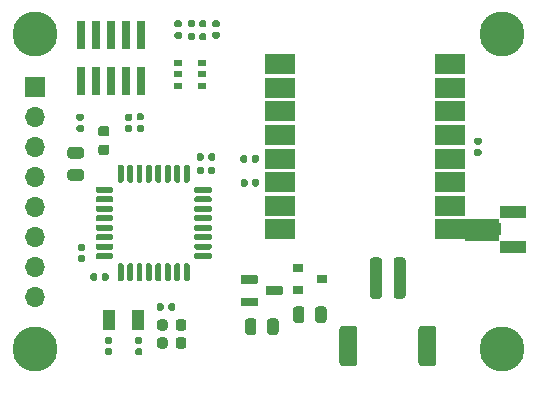
<source format=gbr>
%TF.GenerationSoftware,KiCad,Pcbnew,5.1.9*%
%TF.CreationDate,2021-02-20T15:12:24-08:00*%
%TF.ProjectId,Transmitter,5472616e-736d-4697-9474-65722e6b6963,rev?*%
%TF.SameCoordinates,Original*%
%TF.FileFunction,Soldermask,Top*%
%TF.FilePolarity,Negative*%
%FSLAX46Y46*%
G04 Gerber Fmt 4.6, Leading zero omitted, Abs format (unit mm)*
G04 Created by KiCad (PCBNEW 5.1.9) date 2021-02-20 15:12:24*
%MOMM*%
%LPD*%
G01*
G04 APERTURE LIST*
%ADD10C,0.100000*%
%ADD11C,1.750000*%
%ADD12C,3.800000*%
%ADD13R,0.740000X2.400000*%
%ADD14O,1.700000X1.700000*%
%ADD15R,1.700000X1.700000*%
%ADD16R,0.900000X0.800000*%
%ADD17R,2.600000X1.800000*%
%ADD18R,0.800000X0.500000*%
%ADD19R,2.200000X1.050000*%
%ADD20R,1.050000X1.000000*%
%ADD21R,1.000000X1.800000*%
G04 APERTURE END LIST*
D10*
G36*
X113500000Y-91700000D02*
G01*
X110700000Y-91700000D01*
X110700000Y-89900000D01*
X113500000Y-89900000D01*
X113500000Y-91700000D01*
G37*
X113500000Y-91700000D02*
X110700000Y-91700000D01*
X110700000Y-89900000D01*
X113500000Y-89900000D01*
X113500000Y-91700000D01*
D11*
%TO.C,J1*%
X111633000Y-90805000D03*
%TD*%
%TO.C,C1*%
G36*
G01*
X111587500Y-84010000D02*
X111932500Y-84010000D01*
G75*
G02*
X112080000Y-84157500I0J-147500D01*
G01*
X112080000Y-84452500D01*
G75*
G02*
X111932500Y-84600000I-147500J0D01*
G01*
X111587500Y-84600000D01*
G75*
G02*
X111440000Y-84452500I0J147500D01*
G01*
X111440000Y-84157500D01*
G75*
G02*
X111587500Y-84010000I147500J0D01*
G01*
G37*
G36*
G01*
X111587500Y-83040000D02*
X111932500Y-83040000D01*
G75*
G02*
X112080000Y-83187500I0J-147500D01*
G01*
X112080000Y-83482500D01*
G75*
G02*
X111932500Y-83630000I-147500J0D01*
G01*
X111587500Y-83630000D01*
G75*
G02*
X111440000Y-83482500I0J147500D01*
G01*
X111440000Y-83187500D01*
G75*
G02*
X111587500Y-83040000I147500J0D01*
G01*
G37*
%TD*%
%TO.C,C2*%
G36*
G01*
X80327500Y-100890000D02*
X80672500Y-100890000D01*
G75*
G02*
X80820000Y-101037500I0J-147500D01*
G01*
X80820000Y-101332500D01*
G75*
G02*
X80672500Y-101480000I-147500J0D01*
G01*
X80327500Y-101480000D01*
G75*
G02*
X80180000Y-101332500I0J147500D01*
G01*
X80180000Y-101037500D01*
G75*
G02*
X80327500Y-100890000I147500J0D01*
G01*
G37*
G36*
G01*
X80327500Y-99920000D02*
X80672500Y-99920000D01*
G75*
G02*
X80820000Y-100067500I0J-147500D01*
G01*
X80820000Y-100362500D01*
G75*
G02*
X80672500Y-100510000I-147500J0D01*
G01*
X80327500Y-100510000D01*
G75*
G02*
X80180000Y-100362500I0J147500D01*
G01*
X80180000Y-100067500D01*
G75*
G02*
X80327500Y-99920000I147500J0D01*
G01*
G37*
%TD*%
%TO.C,C3*%
G36*
G01*
X82877500Y-100890000D02*
X83222500Y-100890000D01*
G75*
G02*
X83370000Y-101037500I0J-147500D01*
G01*
X83370000Y-101332500D01*
G75*
G02*
X83222500Y-101480000I-147500J0D01*
G01*
X82877500Y-101480000D01*
G75*
G02*
X82730000Y-101332500I0J147500D01*
G01*
X82730000Y-101037500D01*
G75*
G02*
X82877500Y-100890000I147500J0D01*
G01*
G37*
G36*
G01*
X82877500Y-99920000D02*
X83222500Y-99920000D01*
G75*
G02*
X83370000Y-100067500I0J-147500D01*
G01*
X83370000Y-100362500D01*
G75*
G02*
X83222500Y-100510000I-147500J0D01*
G01*
X82877500Y-100510000D01*
G75*
G02*
X82730000Y-100362500I0J147500D01*
G01*
X82730000Y-100067500D01*
G75*
G02*
X82877500Y-99920000I147500J0D01*
G01*
G37*
%TD*%
%TO.C,C4*%
G36*
G01*
X97986000Y-98500250D02*
X97986000Y-97587750D01*
G75*
G02*
X98229750Y-97344000I243750J0D01*
G01*
X98717250Y-97344000D01*
G75*
G02*
X98961000Y-97587750I0J-243750D01*
G01*
X98961000Y-98500250D01*
G75*
G02*
X98717250Y-98744000I-243750J0D01*
G01*
X98229750Y-98744000D01*
G75*
G02*
X97986000Y-98500250I0J243750D01*
G01*
G37*
G36*
G01*
X96111000Y-98500250D02*
X96111000Y-97587750D01*
G75*
G02*
X96354750Y-97344000I243750J0D01*
G01*
X96842250Y-97344000D01*
G75*
G02*
X97086000Y-97587750I0J-243750D01*
G01*
X97086000Y-98500250D01*
G75*
G02*
X96842250Y-98744000I-243750J0D01*
G01*
X96354750Y-98744000D01*
G75*
G02*
X96111000Y-98500250I0J243750D01*
G01*
G37*
%TD*%
%TO.C,C5*%
G36*
G01*
X86194000Y-99168250D02*
X86194000Y-98655750D01*
G75*
G02*
X86412750Y-98437000I218750J0D01*
G01*
X86850250Y-98437000D01*
G75*
G02*
X87069000Y-98655750I0J-218750D01*
G01*
X87069000Y-99168250D01*
G75*
G02*
X86850250Y-99387000I-218750J0D01*
G01*
X86412750Y-99387000D01*
G75*
G02*
X86194000Y-99168250I0J218750D01*
G01*
G37*
G36*
G01*
X84619000Y-99168250D02*
X84619000Y-98655750D01*
G75*
G02*
X84837750Y-98437000I218750J0D01*
G01*
X85275250Y-98437000D01*
G75*
G02*
X85494000Y-98655750I0J-218750D01*
G01*
X85494000Y-99168250D01*
G75*
G02*
X85275250Y-99387000I-218750J0D01*
G01*
X84837750Y-99387000D01*
G75*
G02*
X84619000Y-99168250I0J218750D01*
G01*
G37*
%TD*%
%TO.C,C6*%
G36*
G01*
X86194000Y-100692250D02*
X86194000Y-100179750D01*
G75*
G02*
X86412750Y-99961000I218750J0D01*
G01*
X86850250Y-99961000D01*
G75*
G02*
X87069000Y-100179750I0J-218750D01*
G01*
X87069000Y-100692250D01*
G75*
G02*
X86850250Y-100911000I-218750J0D01*
G01*
X86412750Y-100911000D01*
G75*
G02*
X86194000Y-100692250I0J218750D01*
G01*
G37*
G36*
G01*
X84619000Y-100692250D02*
X84619000Y-100179750D01*
G75*
G02*
X84837750Y-99961000I218750J0D01*
G01*
X85275250Y-99961000D01*
G75*
G02*
X85494000Y-100179750I0J-218750D01*
G01*
X85494000Y-100692250D01*
G75*
G02*
X85275250Y-100911000I-218750J0D01*
G01*
X84837750Y-100911000D01*
G75*
G02*
X84619000Y-100692250I0J218750D01*
G01*
G37*
%TD*%
%TO.C,C7*%
G36*
G01*
X93922000Y-99516250D02*
X93922000Y-98603750D01*
G75*
G02*
X94165750Y-98360000I243750J0D01*
G01*
X94653250Y-98360000D01*
G75*
G02*
X94897000Y-98603750I0J-243750D01*
G01*
X94897000Y-99516250D01*
G75*
G02*
X94653250Y-99760000I-243750J0D01*
G01*
X94165750Y-99760000D01*
G75*
G02*
X93922000Y-99516250I0J243750D01*
G01*
G37*
G36*
G01*
X92047000Y-99516250D02*
X92047000Y-98603750D01*
G75*
G02*
X92290750Y-98360000I243750J0D01*
G01*
X92778250Y-98360000D01*
G75*
G02*
X93022000Y-98603750I0J-243750D01*
G01*
X93022000Y-99516250D01*
G75*
G02*
X92778250Y-99760000I-243750J0D01*
G01*
X92290750Y-99760000D01*
G75*
G02*
X92047000Y-99516250I0J243750D01*
G01*
G37*
%TD*%
%TO.C,C8*%
G36*
G01*
X79535000Y-94675500D02*
X79535000Y-95020500D01*
G75*
G02*
X79387500Y-95168000I-147500J0D01*
G01*
X79092500Y-95168000D01*
G75*
G02*
X78945000Y-95020500I0J147500D01*
G01*
X78945000Y-94675500D01*
G75*
G02*
X79092500Y-94528000I147500J0D01*
G01*
X79387500Y-94528000D01*
G75*
G02*
X79535000Y-94675500I0J-147500D01*
G01*
G37*
G36*
G01*
X80505000Y-94675500D02*
X80505000Y-95020500D01*
G75*
G02*
X80357500Y-95168000I-147500J0D01*
G01*
X80062500Y-95168000D01*
G75*
G02*
X79915000Y-95020500I0J147500D01*
G01*
X79915000Y-94675500D01*
G75*
G02*
X80062500Y-94528000I147500J0D01*
G01*
X80357500Y-94528000D01*
G75*
G02*
X80505000Y-94675500I0J-147500D01*
G01*
G37*
%TD*%
%TO.C,C9*%
G36*
G01*
X88190000Y-74672500D02*
X88190000Y-74327500D01*
G75*
G02*
X88337500Y-74180000I147500J0D01*
G01*
X88632500Y-74180000D01*
G75*
G02*
X88780000Y-74327500I0J-147500D01*
G01*
X88780000Y-74672500D01*
G75*
G02*
X88632500Y-74820000I-147500J0D01*
G01*
X88337500Y-74820000D01*
G75*
G02*
X88190000Y-74672500I0J147500D01*
G01*
G37*
G36*
G01*
X87220000Y-74672500D02*
X87220000Y-74327500D01*
G75*
G02*
X87367500Y-74180000I147500J0D01*
G01*
X87662500Y-74180000D01*
G75*
G02*
X87810000Y-74327500I0J-147500D01*
G01*
X87810000Y-74672500D01*
G75*
G02*
X87662500Y-74820000I-147500J0D01*
G01*
X87367500Y-74820000D01*
G75*
G02*
X87220000Y-74672500I0J147500D01*
G01*
G37*
%TD*%
%TO.C,C10*%
G36*
G01*
X88190000Y-73572500D02*
X88190000Y-73227500D01*
G75*
G02*
X88337500Y-73080000I147500J0D01*
G01*
X88632500Y-73080000D01*
G75*
G02*
X88780000Y-73227500I0J-147500D01*
G01*
X88780000Y-73572500D01*
G75*
G02*
X88632500Y-73720000I-147500J0D01*
G01*
X88337500Y-73720000D01*
G75*
G02*
X88190000Y-73572500I0J147500D01*
G01*
G37*
G36*
G01*
X87220000Y-73572500D02*
X87220000Y-73227500D01*
G75*
G02*
X87367500Y-73080000I147500J0D01*
G01*
X87662500Y-73080000D01*
G75*
G02*
X87810000Y-73227500I0J-147500D01*
G01*
X87810000Y-73572500D01*
G75*
G02*
X87662500Y-73720000I-147500J0D01*
G01*
X87367500Y-73720000D01*
G75*
G02*
X87220000Y-73572500I0J147500D01*
G01*
G37*
%TD*%
%TO.C,C11*%
G36*
G01*
X88955000Y-86003500D02*
X88955000Y-85658500D01*
G75*
G02*
X89102500Y-85511000I147500J0D01*
G01*
X89397500Y-85511000D01*
G75*
G02*
X89545000Y-85658500I0J-147500D01*
G01*
X89545000Y-86003500D01*
G75*
G02*
X89397500Y-86151000I-147500J0D01*
G01*
X89102500Y-86151000D01*
G75*
G02*
X88955000Y-86003500I0J147500D01*
G01*
G37*
G36*
G01*
X87985000Y-86003500D02*
X87985000Y-85658500D01*
G75*
G02*
X88132500Y-85511000I147500J0D01*
G01*
X88427500Y-85511000D01*
G75*
G02*
X88575000Y-85658500I0J-147500D01*
G01*
X88575000Y-86003500D01*
G75*
G02*
X88427500Y-86151000I-147500J0D01*
G01*
X88132500Y-86151000D01*
G75*
G02*
X87985000Y-86003500I0J147500D01*
G01*
G37*
%TD*%
%TO.C,C12*%
G36*
G01*
X88955000Y-84860500D02*
X88955000Y-84515500D01*
G75*
G02*
X89102500Y-84368000I147500J0D01*
G01*
X89397500Y-84368000D01*
G75*
G02*
X89545000Y-84515500I0J-147500D01*
G01*
X89545000Y-84860500D01*
G75*
G02*
X89397500Y-85008000I-147500J0D01*
G01*
X89102500Y-85008000D01*
G75*
G02*
X88955000Y-84860500I0J147500D01*
G01*
G37*
G36*
G01*
X87985000Y-84860500D02*
X87985000Y-84515500D01*
G75*
G02*
X88132500Y-84368000I147500J0D01*
G01*
X88427500Y-84368000D01*
G75*
G02*
X88575000Y-84515500I0J-147500D01*
G01*
X88575000Y-84860500D01*
G75*
G02*
X88427500Y-85008000I-147500J0D01*
G01*
X88132500Y-85008000D01*
G75*
G02*
X87985000Y-84860500I0J147500D01*
G01*
G37*
%TD*%
%TO.C,D1*%
G36*
G01*
X77259750Y-85724500D02*
X78172250Y-85724500D01*
G75*
G02*
X78416000Y-85968250I0J-243750D01*
G01*
X78416000Y-86455750D01*
G75*
G02*
X78172250Y-86699500I-243750J0D01*
G01*
X77259750Y-86699500D01*
G75*
G02*
X77016000Y-86455750I0J243750D01*
G01*
X77016000Y-85968250D01*
G75*
G02*
X77259750Y-85724500I243750J0D01*
G01*
G37*
G36*
G01*
X77259750Y-83849500D02*
X78172250Y-83849500D01*
G75*
G02*
X78416000Y-84093250I0J-243750D01*
G01*
X78416000Y-84580750D01*
G75*
G02*
X78172250Y-84824500I-243750J0D01*
G01*
X77259750Y-84824500D01*
G75*
G02*
X77016000Y-84580750I0J243750D01*
G01*
X77016000Y-84093250D01*
G75*
G02*
X77259750Y-83849500I243750J0D01*
G01*
G37*
%TD*%
D12*
%TO.C,H1*%
X74295000Y-74295000D03*
%TD*%
%TO.C,H2*%
X74295000Y-100965000D03*
%TD*%
%TO.C,H3*%
X113792000Y-74295000D03*
%TD*%
%TO.C,H4*%
X113792000Y-100965000D03*
%TD*%
%TO.C,J2*%
G36*
G01*
X106740000Y-102140000D02*
X106740000Y-99240000D01*
G75*
G02*
X106990000Y-98990000I250000J0D01*
G01*
X107990000Y-98990000D01*
G75*
G02*
X108240000Y-99240000I0J-250000D01*
G01*
X108240000Y-102140000D01*
G75*
G02*
X107990000Y-102390000I-250000J0D01*
G01*
X106990000Y-102390000D01*
G75*
G02*
X106740000Y-102140000I0J250000D01*
G01*
G37*
G36*
G01*
X100040000Y-102140000D02*
X100040000Y-99240000D01*
G75*
G02*
X100290000Y-98990000I250000J0D01*
G01*
X101290000Y-98990000D01*
G75*
G02*
X101540000Y-99240000I0J-250000D01*
G01*
X101540000Y-102140000D01*
G75*
G02*
X101290000Y-102390000I-250000J0D01*
G01*
X100290000Y-102390000D01*
G75*
G02*
X100040000Y-102140000I0J250000D01*
G01*
G37*
G36*
G01*
X104640000Y-96440000D02*
X104640000Y-93440000D01*
G75*
G02*
X104890000Y-93190000I250000J0D01*
G01*
X105390000Y-93190000D01*
G75*
G02*
X105640000Y-93440000I0J-250000D01*
G01*
X105640000Y-96440000D01*
G75*
G02*
X105390000Y-96690000I-250000J0D01*
G01*
X104890000Y-96690000D01*
G75*
G02*
X104640000Y-96440000I0J250000D01*
G01*
G37*
G36*
G01*
X102640000Y-96440000D02*
X102640000Y-93440000D01*
G75*
G02*
X102890000Y-93190000I250000J0D01*
G01*
X103390000Y-93190000D01*
G75*
G02*
X103640000Y-93440000I0J-250000D01*
G01*
X103640000Y-96440000D01*
G75*
G02*
X103390000Y-96690000I-250000J0D01*
G01*
X102890000Y-96690000D01*
G75*
G02*
X102640000Y-96440000I0J250000D01*
G01*
G37*
%TD*%
D13*
%TO.C,J4*%
X78160000Y-78250000D03*
X78160000Y-74350000D03*
X79430000Y-78250000D03*
X79430000Y-74350000D03*
X80700000Y-78250000D03*
X80700000Y-74350000D03*
X81970000Y-78250000D03*
X81970000Y-74350000D03*
X83240000Y-78250000D03*
X83240000Y-74350000D03*
%TD*%
D14*
%TO.C,J7*%
X74295000Y-96520000D03*
X74295000Y-93980000D03*
X74295000Y-91440000D03*
X74295000Y-88900000D03*
X74295000Y-86360000D03*
X74295000Y-83820000D03*
X74295000Y-81280000D03*
D15*
X74295000Y-78740000D03*
%TD*%
%TO.C,L1*%
G36*
G01*
X85169000Y-97215500D02*
X85169000Y-97560500D01*
G75*
G02*
X85021500Y-97708000I-147500J0D01*
G01*
X84726500Y-97708000D01*
G75*
G02*
X84579000Y-97560500I0J147500D01*
G01*
X84579000Y-97215500D01*
G75*
G02*
X84726500Y-97068000I147500J0D01*
G01*
X85021500Y-97068000D01*
G75*
G02*
X85169000Y-97215500I0J-147500D01*
G01*
G37*
G36*
G01*
X86139000Y-97215500D02*
X86139000Y-97560500D01*
G75*
G02*
X85991500Y-97708000I-147500J0D01*
G01*
X85696500Y-97708000D01*
G75*
G02*
X85549000Y-97560500I0J147500D01*
G01*
X85549000Y-97215500D01*
G75*
G02*
X85696500Y-97068000I147500J0D01*
G01*
X85991500Y-97068000D01*
G75*
G02*
X86139000Y-97215500I0J-147500D01*
G01*
G37*
%TD*%
D16*
%TO.C,Q1*%
X98536000Y-94996000D03*
X96536000Y-95946000D03*
X96536000Y-94046000D03*
%TD*%
%TO.C,R1*%
G36*
G01*
X92243000Y-84663500D02*
X92243000Y-85008500D01*
G75*
G02*
X92095500Y-85156000I-147500J0D01*
G01*
X91800500Y-85156000D01*
G75*
G02*
X91653000Y-85008500I0J147500D01*
G01*
X91653000Y-84663500D01*
G75*
G02*
X91800500Y-84516000I147500J0D01*
G01*
X92095500Y-84516000D01*
G75*
G02*
X92243000Y-84663500I0J-147500D01*
G01*
G37*
G36*
G01*
X93213000Y-84663500D02*
X93213000Y-85008500D01*
G75*
G02*
X93065500Y-85156000I-147500J0D01*
G01*
X92770500Y-85156000D01*
G75*
G02*
X92623000Y-85008500I0J147500D01*
G01*
X92623000Y-84663500D01*
G75*
G02*
X92770500Y-84516000I147500J0D01*
G01*
X93065500Y-84516000D01*
G75*
G02*
X93213000Y-84663500I0J-147500D01*
G01*
G37*
%TD*%
%TO.C,R2*%
G36*
G01*
X92266000Y-86695500D02*
X92266000Y-87040500D01*
G75*
G02*
X92118500Y-87188000I-147500J0D01*
G01*
X91823500Y-87188000D01*
G75*
G02*
X91676000Y-87040500I0J147500D01*
G01*
X91676000Y-86695500D01*
G75*
G02*
X91823500Y-86548000I147500J0D01*
G01*
X92118500Y-86548000D01*
G75*
G02*
X92266000Y-86695500I0J-147500D01*
G01*
G37*
G36*
G01*
X93236000Y-86695500D02*
X93236000Y-87040500D01*
G75*
G02*
X93088500Y-87188000I-147500J0D01*
G01*
X92793500Y-87188000D01*
G75*
G02*
X92646000Y-87040500I0J147500D01*
G01*
X92646000Y-86695500D01*
G75*
G02*
X92793500Y-86548000I147500J0D01*
G01*
X93088500Y-86548000D01*
G75*
G02*
X93236000Y-86695500I0J-147500D01*
G01*
G37*
%TD*%
%TO.C,R3*%
G36*
G01*
X89772500Y-73695000D02*
X89427500Y-73695000D01*
G75*
G02*
X89280000Y-73547500I0J147500D01*
G01*
X89280000Y-73252500D01*
G75*
G02*
X89427500Y-73105000I147500J0D01*
G01*
X89772500Y-73105000D01*
G75*
G02*
X89920000Y-73252500I0J-147500D01*
G01*
X89920000Y-73547500D01*
G75*
G02*
X89772500Y-73695000I-147500J0D01*
G01*
G37*
G36*
G01*
X89772500Y-74665000D02*
X89427500Y-74665000D01*
G75*
G02*
X89280000Y-74517500I0J147500D01*
G01*
X89280000Y-74222500D01*
G75*
G02*
X89427500Y-74075000I147500J0D01*
G01*
X89772500Y-74075000D01*
G75*
G02*
X89920000Y-74222500I0J-147500D01*
G01*
X89920000Y-74517500D01*
G75*
G02*
X89772500Y-74665000I-147500J0D01*
G01*
G37*
%TD*%
%TO.C,R4*%
G36*
G01*
X79843750Y-83650000D02*
X80356250Y-83650000D01*
G75*
G02*
X80575000Y-83868750I0J-218750D01*
G01*
X80575000Y-84306250D01*
G75*
G02*
X80356250Y-84525000I-218750J0D01*
G01*
X79843750Y-84525000D01*
G75*
G02*
X79625000Y-84306250I0J218750D01*
G01*
X79625000Y-83868750D01*
G75*
G02*
X79843750Y-83650000I218750J0D01*
G01*
G37*
G36*
G01*
X79843750Y-82075000D02*
X80356250Y-82075000D01*
G75*
G02*
X80575000Y-82293750I0J-218750D01*
G01*
X80575000Y-82731250D01*
G75*
G02*
X80356250Y-82950000I-218750J0D01*
G01*
X79843750Y-82950000D01*
G75*
G02*
X79625000Y-82731250I0J218750D01*
G01*
X79625000Y-82293750D01*
G75*
G02*
X79843750Y-82075000I218750J0D01*
G01*
G37*
%TD*%
%TO.C,R5*%
G36*
G01*
X86572500Y-73710000D02*
X86227500Y-73710000D01*
G75*
G02*
X86080000Y-73562500I0J147500D01*
G01*
X86080000Y-73267500D01*
G75*
G02*
X86227500Y-73120000I147500J0D01*
G01*
X86572500Y-73120000D01*
G75*
G02*
X86720000Y-73267500I0J-147500D01*
G01*
X86720000Y-73562500D01*
G75*
G02*
X86572500Y-73710000I-147500J0D01*
G01*
G37*
G36*
G01*
X86572500Y-74680000D02*
X86227500Y-74680000D01*
G75*
G02*
X86080000Y-74532500I0J147500D01*
G01*
X86080000Y-74237500D01*
G75*
G02*
X86227500Y-74090000I147500J0D01*
G01*
X86572500Y-74090000D01*
G75*
G02*
X86720000Y-74237500I0J-147500D01*
G01*
X86720000Y-74532500D01*
G75*
G02*
X86572500Y-74680000I-147500J0D01*
G01*
G37*
%TD*%
%TO.C,R6*%
G36*
G01*
X83372500Y-81595000D02*
X83027500Y-81595000D01*
G75*
G02*
X82880000Y-81447500I0J147500D01*
G01*
X82880000Y-81152500D01*
G75*
G02*
X83027500Y-81005000I147500J0D01*
G01*
X83372500Y-81005000D01*
G75*
G02*
X83520000Y-81152500I0J-147500D01*
G01*
X83520000Y-81447500D01*
G75*
G02*
X83372500Y-81595000I-147500J0D01*
G01*
G37*
G36*
G01*
X83372500Y-82565000D02*
X83027500Y-82565000D01*
G75*
G02*
X82880000Y-82417500I0J147500D01*
G01*
X82880000Y-82122500D01*
G75*
G02*
X83027500Y-81975000I147500J0D01*
G01*
X83372500Y-81975000D01*
G75*
G02*
X83520000Y-82122500I0J-147500D01*
G01*
X83520000Y-82417500D01*
G75*
G02*
X83372500Y-82565000I-147500J0D01*
G01*
G37*
%TD*%
%TO.C,R7*%
G36*
G01*
X82372500Y-81610000D02*
X82027500Y-81610000D01*
G75*
G02*
X81880000Y-81462500I0J147500D01*
G01*
X81880000Y-81167500D01*
G75*
G02*
X82027500Y-81020000I147500J0D01*
G01*
X82372500Y-81020000D01*
G75*
G02*
X82520000Y-81167500I0J-147500D01*
G01*
X82520000Y-81462500D01*
G75*
G02*
X82372500Y-81610000I-147500J0D01*
G01*
G37*
G36*
G01*
X82372500Y-82580000D02*
X82027500Y-82580000D01*
G75*
G02*
X81880000Y-82432500I0J147500D01*
G01*
X81880000Y-82137500D01*
G75*
G02*
X82027500Y-81990000I147500J0D01*
G01*
X82372500Y-81990000D01*
G75*
G02*
X82520000Y-82137500I0J-147500D01*
G01*
X82520000Y-82432500D01*
G75*
G02*
X82372500Y-82580000I-147500J0D01*
G01*
G37*
%TD*%
%TO.C,R8*%
G36*
G01*
X78272500Y-81610000D02*
X77927500Y-81610000D01*
G75*
G02*
X77780000Y-81462500I0J147500D01*
G01*
X77780000Y-81167500D01*
G75*
G02*
X77927500Y-81020000I147500J0D01*
G01*
X78272500Y-81020000D01*
G75*
G02*
X78420000Y-81167500I0J-147500D01*
G01*
X78420000Y-81462500D01*
G75*
G02*
X78272500Y-81610000I-147500J0D01*
G01*
G37*
G36*
G01*
X78272500Y-82580000D02*
X77927500Y-82580000D01*
G75*
G02*
X77780000Y-82432500I0J147500D01*
G01*
X77780000Y-82137500D01*
G75*
G02*
X77927500Y-81990000I147500J0D01*
G01*
X78272500Y-81990000D01*
G75*
G02*
X78420000Y-82137500I0J-147500D01*
G01*
X78420000Y-82432500D01*
G75*
G02*
X78272500Y-82580000I-147500J0D01*
G01*
G37*
%TD*%
%TO.C,R9*%
G36*
G01*
X78396500Y-92626000D02*
X78051500Y-92626000D01*
G75*
G02*
X77904000Y-92478500I0J147500D01*
G01*
X77904000Y-92183500D01*
G75*
G02*
X78051500Y-92036000I147500J0D01*
G01*
X78396500Y-92036000D01*
G75*
G02*
X78544000Y-92183500I0J-147500D01*
G01*
X78544000Y-92478500D01*
G75*
G02*
X78396500Y-92626000I-147500J0D01*
G01*
G37*
G36*
G01*
X78396500Y-93596000D02*
X78051500Y-93596000D01*
G75*
G02*
X77904000Y-93448500I0J147500D01*
G01*
X77904000Y-93153500D01*
G75*
G02*
X78051500Y-93006000I147500J0D01*
G01*
X78396500Y-93006000D01*
G75*
G02*
X78544000Y-93153500I0J-147500D01*
G01*
X78544000Y-93448500D01*
G75*
G02*
X78396500Y-93596000I-147500J0D01*
G01*
G37*
%TD*%
D17*
%TO.C,U1*%
X109435000Y-76820000D03*
X109435000Y-78820000D03*
X109435000Y-80820000D03*
X109435000Y-82820000D03*
X109435000Y-84820000D03*
X109435000Y-86820000D03*
X109435000Y-88820000D03*
X109435000Y-90820000D03*
X95035000Y-90820000D03*
X95035000Y-88820000D03*
X95035000Y-86820000D03*
X95035000Y-84820000D03*
X95035000Y-82820000D03*
X95035000Y-80820000D03*
X95035000Y-78820000D03*
X95035000Y-76820000D03*
%TD*%
%TO.C,U2*%
G36*
G01*
X91702000Y-95362000D02*
X91702000Y-94762000D01*
G75*
G02*
X91772000Y-94692000I70000J0D01*
G01*
X93072000Y-94692000D01*
G75*
G02*
X93142000Y-94762000I0J-70000D01*
G01*
X93142000Y-95362000D01*
G75*
G02*
X93072000Y-95432000I-70000J0D01*
G01*
X91772000Y-95432000D01*
G75*
G02*
X91702000Y-95362000I0J70000D01*
G01*
G37*
G36*
G01*
X91702000Y-97262000D02*
X91702000Y-96662000D01*
G75*
G02*
X91772000Y-96592000I70000J0D01*
G01*
X93072000Y-96592000D01*
G75*
G02*
X93142000Y-96662000I0J-70000D01*
G01*
X93142000Y-97262000D01*
G75*
G02*
X93072000Y-97332000I-70000J0D01*
G01*
X91772000Y-97332000D01*
G75*
G02*
X91702000Y-97262000I0J70000D01*
G01*
G37*
G36*
G01*
X93802000Y-96312000D02*
X93802000Y-95712000D01*
G75*
G02*
X93872000Y-95642000I70000J0D01*
G01*
X95172000Y-95642000D01*
G75*
G02*
X95242000Y-95712000I0J-70000D01*
G01*
X95242000Y-96312000D01*
G75*
G02*
X95172000Y-96382000I-70000J0D01*
G01*
X93872000Y-96382000D01*
G75*
G02*
X93802000Y-96312000I0J70000D01*
G01*
G37*
%TD*%
%TO.C,U3*%
G36*
G01*
X80770000Y-93326000D02*
X79520000Y-93326000D01*
G75*
G02*
X79395000Y-93201000I0J125000D01*
G01*
X79395000Y-92951000D01*
G75*
G02*
X79520000Y-92826000I125000J0D01*
G01*
X80770000Y-92826000D01*
G75*
G02*
X80895000Y-92951000I0J-125000D01*
G01*
X80895000Y-93201000D01*
G75*
G02*
X80770000Y-93326000I-125000J0D01*
G01*
G37*
G36*
G01*
X80770000Y-92526000D02*
X79520000Y-92526000D01*
G75*
G02*
X79395000Y-92401000I0J125000D01*
G01*
X79395000Y-92151000D01*
G75*
G02*
X79520000Y-92026000I125000J0D01*
G01*
X80770000Y-92026000D01*
G75*
G02*
X80895000Y-92151000I0J-125000D01*
G01*
X80895000Y-92401000D01*
G75*
G02*
X80770000Y-92526000I-125000J0D01*
G01*
G37*
G36*
G01*
X80770000Y-91726000D02*
X79520000Y-91726000D01*
G75*
G02*
X79395000Y-91601000I0J125000D01*
G01*
X79395000Y-91351000D01*
G75*
G02*
X79520000Y-91226000I125000J0D01*
G01*
X80770000Y-91226000D01*
G75*
G02*
X80895000Y-91351000I0J-125000D01*
G01*
X80895000Y-91601000D01*
G75*
G02*
X80770000Y-91726000I-125000J0D01*
G01*
G37*
G36*
G01*
X80770000Y-90926000D02*
X79520000Y-90926000D01*
G75*
G02*
X79395000Y-90801000I0J125000D01*
G01*
X79395000Y-90551000D01*
G75*
G02*
X79520000Y-90426000I125000J0D01*
G01*
X80770000Y-90426000D01*
G75*
G02*
X80895000Y-90551000I0J-125000D01*
G01*
X80895000Y-90801000D01*
G75*
G02*
X80770000Y-90926000I-125000J0D01*
G01*
G37*
G36*
G01*
X80770000Y-90126000D02*
X79520000Y-90126000D01*
G75*
G02*
X79395000Y-90001000I0J125000D01*
G01*
X79395000Y-89751000D01*
G75*
G02*
X79520000Y-89626000I125000J0D01*
G01*
X80770000Y-89626000D01*
G75*
G02*
X80895000Y-89751000I0J-125000D01*
G01*
X80895000Y-90001000D01*
G75*
G02*
X80770000Y-90126000I-125000J0D01*
G01*
G37*
G36*
G01*
X80770000Y-89326000D02*
X79520000Y-89326000D01*
G75*
G02*
X79395000Y-89201000I0J125000D01*
G01*
X79395000Y-88951000D01*
G75*
G02*
X79520000Y-88826000I125000J0D01*
G01*
X80770000Y-88826000D01*
G75*
G02*
X80895000Y-88951000I0J-125000D01*
G01*
X80895000Y-89201000D01*
G75*
G02*
X80770000Y-89326000I-125000J0D01*
G01*
G37*
G36*
G01*
X80770000Y-88526000D02*
X79520000Y-88526000D01*
G75*
G02*
X79395000Y-88401000I0J125000D01*
G01*
X79395000Y-88151000D01*
G75*
G02*
X79520000Y-88026000I125000J0D01*
G01*
X80770000Y-88026000D01*
G75*
G02*
X80895000Y-88151000I0J-125000D01*
G01*
X80895000Y-88401000D01*
G75*
G02*
X80770000Y-88526000I-125000J0D01*
G01*
G37*
G36*
G01*
X80770000Y-87726000D02*
X79520000Y-87726000D01*
G75*
G02*
X79395000Y-87601000I0J125000D01*
G01*
X79395000Y-87351000D01*
G75*
G02*
X79520000Y-87226000I125000J0D01*
G01*
X80770000Y-87226000D01*
G75*
G02*
X80895000Y-87351000I0J-125000D01*
G01*
X80895000Y-87601000D01*
G75*
G02*
X80770000Y-87726000I-125000J0D01*
G01*
G37*
G36*
G01*
X81645000Y-86851000D02*
X81395000Y-86851000D01*
G75*
G02*
X81270000Y-86726000I0J125000D01*
G01*
X81270000Y-85476000D01*
G75*
G02*
X81395000Y-85351000I125000J0D01*
G01*
X81645000Y-85351000D01*
G75*
G02*
X81770000Y-85476000I0J-125000D01*
G01*
X81770000Y-86726000D01*
G75*
G02*
X81645000Y-86851000I-125000J0D01*
G01*
G37*
G36*
G01*
X82445000Y-86851000D02*
X82195000Y-86851000D01*
G75*
G02*
X82070000Y-86726000I0J125000D01*
G01*
X82070000Y-85476000D01*
G75*
G02*
X82195000Y-85351000I125000J0D01*
G01*
X82445000Y-85351000D01*
G75*
G02*
X82570000Y-85476000I0J-125000D01*
G01*
X82570000Y-86726000D01*
G75*
G02*
X82445000Y-86851000I-125000J0D01*
G01*
G37*
G36*
G01*
X83245000Y-86851000D02*
X82995000Y-86851000D01*
G75*
G02*
X82870000Y-86726000I0J125000D01*
G01*
X82870000Y-85476000D01*
G75*
G02*
X82995000Y-85351000I125000J0D01*
G01*
X83245000Y-85351000D01*
G75*
G02*
X83370000Y-85476000I0J-125000D01*
G01*
X83370000Y-86726000D01*
G75*
G02*
X83245000Y-86851000I-125000J0D01*
G01*
G37*
G36*
G01*
X84045000Y-86851000D02*
X83795000Y-86851000D01*
G75*
G02*
X83670000Y-86726000I0J125000D01*
G01*
X83670000Y-85476000D01*
G75*
G02*
X83795000Y-85351000I125000J0D01*
G01*
X84045000Y-85351000D01*
G75*
G02*
X84170000Y-85476000I0J-125000D01*
G01*
X84170000Y-86726000D01*
G75*
G02*
X84045000Y-86851000I-125000J0D01*
G01*
G37*
G36*
G01*
X84845000Y-86851000D02*
X84595000Y-86851000D01*
G75*
G02*
X84470000Y-86726000I0J125000D01*
G01*
X84470000Y-85476000D01*
G75*
G02*
X84595000Y-85351000I125000J0D01*
G01*
X84845000Y-85351000D01*
G75*
G02*
X84970000Y-85476000I0J-125000D01*
G01*
X84970000Y-86726000D01*
G75*
G02*
X84845000Y-86851000I-125000J0D01*
G01*
G37*
G36*
G01*
X85645000Y-86851000D02*
X85395000Y-86851000D01*
G75*
G02*
X85270000Y-86726000I0J125000D01*
G01*
X85270000Y-85476000D01*
G75*
G02*
X85395000Y-85351000I125000J0D01*
G01*
X85645000Y-85351000D01*
G75*
G02*
X85770000Y-85476000I0J-125000D01*
G01*
X85770000Y-86726000D01*
G75*
G02*
X85645000Y-86851000I-125000J0D01*
G01*
G37*
G36*
G01*
X86445000Y-86851000D02*
X86195000Y-86851000D01*
G75*
G02*
X86070000Y-86726000I0J125000D01*
G01*
X86070000Y-85476000D01*
G75*
G02*
X86195000Y-85351000I125000J0D01*
G01*
X86445000Y-85351000D01*
G75*
G02*
X86570000Y-85476000I0J-125000D01*
G01*
X86570000Y-86726000D01*
G75*
G02*
X86445000Y-86851000I-125000J0D01*
G01*
G37*
G36*
G01*
X87245000Y-86851000D02*
X86995000Y-86851000D01*
G75*
G02*
X86870000Y-86726000I0J125000D01*
G01*
X86870000Y-85476000D01*
G75*
G02*
X86995000Y-85351000I125000J0D01*
G01*
X87245000Y-85351000D01*
G75*
G02*
X87370000Y-85476000I0J-125000D01*
G01*
X87370000Y-86726000D01*
G75*
G02*
X87245000Y-86851000I-125000J0D01*
G01*
G37*
G36*
G01*
X89120000Y-87726000D02*
X87870000Y-87726000D01*
G75*
G02*
X87745000Y-87601000I0J125000D01*
G01*
X87745000Y-87351000D01*
G75*
G02*
X87870000Y-87226000I125000J0D01*
G01*
X89120000Y-87226000D01*
G75*
G02*
X89245000Y-87351000I0J-125000D01*
G01*
X89245000Y-87601000D01*
G75*
G02*
X89120000Y-87726000I-125000J0D01*
G01*
G37*
G36*
G01*
X89120000Y-88526000D02*
X87870000Y-88526000D01*
G75*
G02*
X87745000Y-88401000I0J125000D01*
G01*
X87745000Y-88151000D01*
G75*
G02*
X87870000Y-88026000I125000J0D01*
G01*
X89120000Y-88026000D01*
G75*
G02*
X89245000Y-88151000I0J-125000D01*
G01*
X89245000Y-88401000D01*
G75*
G02*
X89120000Y-88526000I-125000J0D01*
G01*
G37*
G36*
G01*
X89120000Y-89326000D02*
X87870000Y-89326000D01*
G75*
G02*
X87745000Y-89201000I0J125000D01*
G01*
X87745000Y-88951000D01*
G75*
G02*
X87870000Y-88826000I125000J0D01*
G01*
X89120000Y-88826000D01*
G75*
G02*
X89245000Y-88951000I0J-125000D01*
G01*
X89245000Y-89201000D01*
G75*
G02*
X89120000Y-89326000I-125000J0D01*
G01*
G37*
G36*
G01*
X89120000Y-90126000D02*
X87870000Y-90126000D01*
G75*
G02*
X87745000Y-90001000I0J125000D01*
G01*
X87745000Y-89751000D01*
G75*
G02*
X87870000Y-89626000I125000J0D01*
G01*
X89120000Y-89626000D01*
G75*
G02*
X89245000Y-89751000I0J-125000D01*
G01*
X89245000Y-90001000D01*
G75*
G02*
X89120000Y-90126000I-125000J0D01*
G01*
G37*
G36*
G01*
X89120000Y-90926000D02*
X87870000Y-90926000D01*
G75*
G02*
X87745000Y-90801000I0J125000D01*
G01*
X87745000Y-90551000D01*
G75*
G02*
X87870000Y-90426000I125000J0D01*
G01*
X89120000Y-90426000D01*
G75*
G02*
X89245000Y-90551000I0J-125000D01*
G01*
X89245000Y-90801000D01*
G75*
G02*
X89120000Y-90926000I-125000J0D01*
G01*
G37*
G36*
G01*
X89120000Y-91726000D02*
X87870000Y-91726000D01*
G75*
G02*
X87745000Y-91601000I0J125000D01*
G01*
X87745000Y-91351000D01*
G75*
G02*
X87870000Y-91226000I125000J0D01*
G01*
X89120000Y-91226000D01*
G75*
G02*
X89245000Y-91351000I0J-125000D01*
G01*
X89245000Y-91601000D01*
G75*
G02*
X89120000Y-91726000I-125000J0D01*
G01*
G37*
G36*
G01*
X89120000Y-92526000D02*
X87870000Y-92526000D01*
G75*
G02*
X87745000Y-92401000I0J125000D01*
G01*
X87745000Y-92151000D01*
G75*
G02*
X87870000Y-92026000I125000J0D01*
G01*
X89120000Y-92026000D01*
G75*
G02*
X89245000Y-92151000I0J-125000D01*
G01*
X89245000Y-92401000D01*
G75*
G02*
X89120000Y-92526000I-125000J0D01*
G01*
G37*
G36*
G01*
X89120000Y-93326000D02*
X87870000Y-93326000D01*
G75*
G02*
X87745000Y-93201000I0J125000D01*
G01*
X87745000Y-92951000D01*
G75*
G02*
X87870000Y-92826000I125000J0D01*
G01*
X89120000Y-92826000D01*
G75*
G02*
X89245000Y-92951000I0J-125000D01*
G01*
X89245000Y-93201000D01*
G75*
G02*
X89120000Y-93326000I-125000J0D01*
G01*
G37*
G36*
G01*
X87245000Y-95201000D02*
X86995000Y-95201000D01*
G75*
G02*
X86870000Y-95076000I0J125000D01*
G01*
X86870000Y-93826000D01*
G75*
G02*
X86995000Y-93701000I125000J0D01*
G01*
X87245000Y-93701000D01*
G75*
G02*
X87370000Y-93826000I0J-125000D01*
G01*
X87370000Y-95076000D01*
G75*
G02*
X87245000Y-95201000I-125000J0D01*
G01*
G37*
G36*
G01*
X86445000Y-95201000D02*
X86195000Y-95201000D01*
G75*
G02*
X86070000Y-95076000I0J125000D01*
G01*
X86070000Y-93826000D01*
G75*
G02*
X86195000Y-93701000I125000J0D01*
G01*
X86445000Y-93701000D01*
G75*
G02*
X86570000Y-93826000I0J-125000D01*
G01*
X86570000Y-95076000D01*
G75*
G02*
X86445000Y-95201000I-125000J0D01*
G01*
G37*
G36*
G01*
X85645000Y-95201000D02*
X85395000Y-95201000D01*
G75*
G02*
X85270000Y-95076000I0J125000D01*
G01*
X85270000Y-93826000D01*
G75*
G02*
X85395000Y-93701000I125000J0D01*
G01*
X85645000Y-93701000D01*
G75*
G02*
X85770000Y-93826000I0J-125000D01*
G01*
X85770000Y-95076000D01*
G75*
G02*
X85645000Y-95201000I-125000J0D01*
G01*
G37*
G36*
G01*
X84845000Y-95201000D02*
X84595000Y-95201000D01*
G75*
G02*
X84470000Y-95076000I0J125000D01*
G01*
X84470000Y-93826000D01*
G75*
G02*
X84595000Y-93701000I125000J0D01*
G01*
X84845000Y-93701000D01*
G75*
G02*
X84970000Y-93826000I0J-125000D01*
G01*
X84970000Y-95076000D01*
G75*
G02*
X84845000Y-95201000I-125000J0D01*
G01*
G37*
G36*
G01*
X84045000Y-95201000D02*
X83795000Y-95201000D01*
G75*
G02*
X83670000Y-95076000I0J125000D01*
G01*
X83670000Y-93826000D01*
G75*
G02*
X83795000Y-93701000I125000J0D01*
G01*
X84045000Y-93701000D01*
G75*
G02*
X84170000Y-93826000I0J-125000D01*
G01*
X84170000Y-95076000D01*
G75*
G02*
X84045000Y-95201000I-125000J0D01*
G01*
G37*
G36*
G01*
X83245000Y-95201000D02*
X82995000Y-95201000D01*
G75*
G02*
X82870000Y-95076000I0J125000D01*
G01*
X82870000Y-93826000D01*
G75*
G02*
X82995000Y-93701000I125000J0D01*
G01*
X83245000Y-93701000D01*
G75*
G02*
X83370000Y-93826000I0J-125000D01*
G01*
X83370000Y-95076000D01*
G75*
G02*
X83245000Y-95201000I-125000J0D01*
G01*
G37*
G36*
G01*
X82445000Y-95201000D02*
X82195000Y-95201000D01*
G75*
G02*
X82070000Y-95076000I0J125000D01*
G01*
X82070000Y-93826000D01*
G75*
G02*
X82195000Y-93701000I125000J0D01*
G01*
X82445000Y-93701000D01*
G75*
G02*
X82570000Y-93826000I0J-125000D01*
G01*
X82570000Y-95076000D01*
G75*
G02*
X82445000Y-95201000I-125000J0D01*
G01*
G37*
G36*
G01*
X81645000Y-95201000D02*
X81395000Y-95201000D01*
G75*
G02*
X81270000Y-95076000I0J125000D01*
G01*
X81270000Y-93826000D01*
G75*
G02*
X81395000Y-93701000I125000J0D01*
G01*
X81645000Y-93701000D01*
G75*
G02*
X81770000Y-93826000I0J-125000D01*
G01*
X81770000Y-95076000D01*
G75*
G02*
X81645000Y-95201000I-125000J0D01*
G01*
G37*
%TD*%
D18*
%TO.C,U4*%
X88400000Y-77700000D03*
X86400000Y-78700000D03*
X86400000Y-77700000D03*
X86400000Y-76700000D03*
X88400000Y-76700000D03*
X88400000Y-78700000D03*
%TD*%
D19*
%TO.C,X1*%
X114775000Y-89330000D03*
D20*
X113250000Y-90805000D03*
D19*
X114775000Y-92280000D03*
%TD*%
D21*
%TO.C,Y1*%
X83030000Y-98531000D03*
X80530000Y-98531000D03*
%TD*%
M02*

</source>
